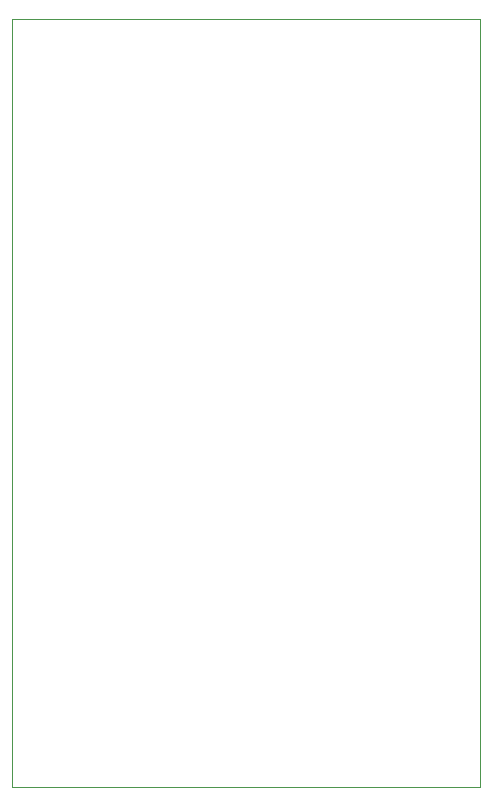
<source format=gbr>
G04 #@! TF.GenerationSoftware,KiCad,Pcbnew,5.1.5-52549c5~84~ubuntu19.04.1*
G04 #@! TF.CreationDate,2019-12-06T19:41:43+01:00*
G04 #@! TF.ProjectId,Rocket_PCB,526f636b-6574-45f5-9043-422e6b696361,rev?*
G04 #@! TF.SameCoordinates,Original*
G04 #@! TF.FileFunction,Profile,NP*
%FSLAX46Y46*%
G04 Gerber Fmt 4.6, Leading zero omitted, Abs format (unit mm)*
G04 Created by KiCad (PCBNEW 5.1.5-52549c5~84~ubuntu19.04.1) date 2019-12-06 19:41:43*
%MOMM*%
%LPD*%
G04 APERTURE LIST*
%ADD10C,0.050000*%
G04 APERTURE END LIST*
D10*
X164084000Y-101600000D02*
X164084000Y-36576000D01*
X124460000Y-101600000D02*
X164084000Y-101600000D01*
X124460000Y-36576000D02*
X124460000Y-101600000D01*
X164084000Y-36576000D02*
X124460000Y-36576000D01*
M02*

</source>
